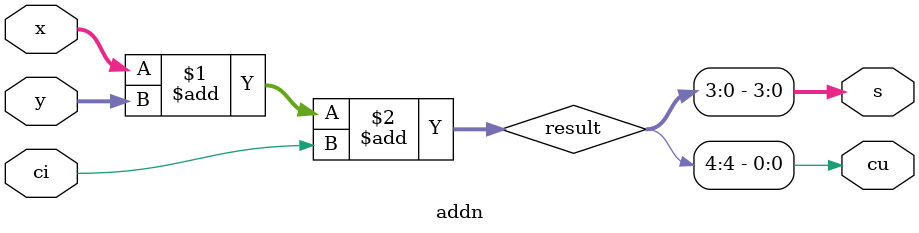
<source format=v>
module addn(cu, s, x, y, ci);
	parameter	n = 4;
	input		[n-1: 0] x, y;
	input		ci;
	output		cu;
	output		[n-1: 0] s;
	wire		[n: 0] result;

	assign		result = x + y + ci;
	assign		s = result[n-1: 0];
	assign		cu = result[n];
endmodule
</source>
